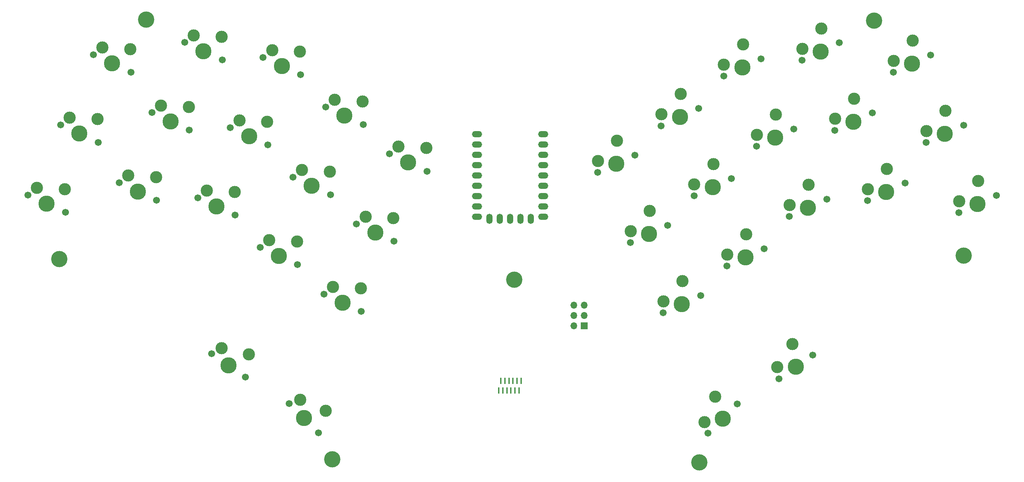
<source format=gbr>
%TF.GenerationSoftware,KiCad,Pcbnew,7.0.1*%
%TF.CreationDate,2023-04-15T18:04:16-04:00*%
%TF.ProjectId,Frigate,46726967-6174-4652-9e6b-696361645f70,rev?*%
%TF.SameCoordinates,Original*%
%TF.FileFunction,Soldermask,Top*%
%TF.FilePolarity,Negative*%
%FSLAX46Y46*%
G04 Gerber Fmt 4.6, Leading zero omitted, Abs format (unit mm)*
G04 Created by KiCad (PCBNEW 7.0.1) date 2023-04-15 18:04:16*
%MOMM*%
%LPD*%
G01*
G04 APERTURE LIST*
%ADD10C,0.500000*%
%ADD11C,4.000000*%
%ADD12C,1.701800*%
%ADD13C,3.000000*%
%ADD14C,3.987800*%
%ADD15R,0.400000X1.600000*%
%ADD16R,1.700000X1.700000*%
%ADD17O,1.700000X1.700000*%
%ADD18O,2.500000X1.500000*%
%ADD19O,1.500000X2.500000*%
G04 APERTURE END LIST*
D10*
%TO.C,M2*%
X254186000Y-106382000D03*
X253746000Y-107442000D03*
X253746000Y-105322000D03*
X252686000Y-107882000D03*
D11*
X252686000Y-106382000D03*
D10*
X252686000Y-104882000D03*
X251626000Y-107442000D03*
X251626000Y-105322000D03*
X251186000Y-106382000D03*
%TD*%
%TO.C,M2*%
X31980000Y-107188000D03*
X31540000Y-108248000D03*
X31540000Y-106128000D03*
X30480000Y-108688000D03*
D11*
X30480000Y-107188000D03*
D10*
X30480000Y-105688000D03*
X29420000Y-108248000D03*
X29420000Y-106128000D03*
X28980000Y-107188000D03*
%TD*%
%TO.C,M2*%
X143740000Y-112268000D03*
X143300000Y-113328000D03*
X143300000Y-111208000D03*
X142240000Y-113768000D03*
D11*
X142240000Y-112268000D03*
D10*
X142240000Y-110768000D03*
X141180000Y-113328000D03*
X141180000Y-111208000D03*
X140740000Y-112268000D03*
%TD*%
%TO.C,M2*%
X53316000Y-48260000D03*
X52876000Y-49320000D03*
X52876000Y-47200000D03*
X51816000Y-49760000D03*
D11*
X51816000Y-48260000D03*
D10*
X51816000Y-46760000D03*
X50756000Y-49320000D03*
X50756000Y-47200000D03*
X50316000Y-48260000D03*
%TD*%
%TO.C,M2*%
X232108000Y-48514000D03*
X231668000Y-49574000D03*
X231668000Y-47454000D03*
X230608000Y-50014000D03*
D11*
X230608000Y-48514000D03*
D10*
X230608000Y-47014000D03*
X229548000Y-49574000D03*
X229548000Y-47454000D03*
X229108000Y-48514000D03*
%TD*%
%TO.C,M2*%
X189206000Y-157226000D03*
X188766000Y-158286000D03*
X188766000Y-156166000D03*
X187706000Y-158726000D03*
D11*
X187706000Y-157226000D03*
D10*
X187706000Y-155726000D03*
X186646000Y-158286000D03*
X186646000Y-156166000D03*
X186206000Y-157226000D03*
%TD*%
D11*
%TO.C,M2*%
X97536000Y-156464000D03*
D10*
X96036000Y-156464000D03*
X99036000Y-156464000D03*
X97536000Y-157964000D03*
X97536000Y-154964000D03*
X96476000Y-157524000D03*
X98596000Y-157524000D03*
X98596000Y-155404000D03*
X96476000Y-155404000D03*
%TD*%
D12*
%TO.C,SW34*%
X207271394Y-136613730D03*
D13*
X206854833Y-133804642D03*
D14*
X211432686Y-133699962D03*
D13*
X210599564Y-128081785D03*
D12*
X215593978Y-130786194D03*
%TD*%
%TO.C,SW33*%
X189846407Y-150031050D03*
D13*
X188948381Y-147336974D03*
D14*
X193438509Y-146438948D03*
D13*
X191642458Y-141050794D03*
D12*
X197030611Y-142846846D03*
%TD*%
%TO.C,SW32*%
X86969009Y-142748075D03*
D13*
X89663085Y-141850049D03*
D14*
X90561111Y-146340177D03*
D13*
X95949265Y-144544126D03*
D12*
X94153213Y-149932279D03*
%TD*%
%TO.C,SW31*%
X67869979Y-130440068D03*
D13*
X70367186Y-129087864D03*
D14*
X72031271Y-133353836D03*
D13*
X77025685Y-130649428D03*
D12*
X76192563Y-136267604D03*
%TD*%
%TO.C,SW30*%
X251453722Y-95784767D03*
D13*
X251531283Y-92946020D03*
D14*
X256057766Y-93637866D03*
D13*
X256212887Y-87960372D03*
D12*
X260661810Y-91490965D03*
%TD*%
%TO.C,SW29*%
X229011527Y-92797351D03*
D13*
X229089088Y-89958604D03*
D14*
X233615571Y-90650450D03*
D13*
X233770692Y-84972956D03*
D12*
X238219615Y-88503549D03*
%TD*%
%TO.C,SW28*%
X209789682Y-96716001D03*
D13*
X209867243Y-93877254D03*
D14*
X214393726Y-94569100D03*
D13*
X214548847Y-88891606D03*
D12*
X218997770Y-92422199D03*
%TD*%
%TO.C,SW27*%
X194456730Y-108910518D03*
D13*
X194534291Y-106071771D03*
D14*
X199060774Y-106763617D03*
D13*
X199215895Y-101086123D03*
D12*
X203664818Y-104616716D03*
%TD*%
%TO.C,SW26*%
X178801742Y-120414428D03*
D13*
X178879303Y-117575681D03*
D14*
X183405786Y-118267527D03*
D13*
X183560907Y-112590033D03*
D12*
X188009830Y-116120626D03*
%TD*%
%TO.C,SW25*%
X95475067Y-115792025D03*
D13*
X97699529Y-114026729D03*
D14*
X100079111Y-117938926D03*
D13*
X104528034Y-114408333D03*
D12*
X104683155Y-120085827D03*
%TD*%
%TO.C,SW24*%
X79820079Y-104288114D03*
D13*
X82044541Y-102522818D03*
D14*
X84424123Y-106435015D03*
D13*
X88873046Y-102904422D03*
D12*
X89028167Y-108581916D03*
%TD*%
%TO.C,SW23*%
X64487126Y-92093597D03*
D13*
X66711588Y-90328301D03*
D14*
X69091170Y-94240498D03*
D13*
X73540093Y-90709905D03*
D12*
X73695214Y-96387399D03*
%TD*%
%TO.C,SW22*%
X45182407Y-88416561D03*
D13*
X47406869Y-86651265D03*
D14*
X49786451Y-90563462D03*
D13*
X54235374Y-87032869D03*
D12*
X54390495Y-92710363D03*
%TD*%
%TO.C,SW21*%
X22764682Y-91415388D03*
D13*
X24989144Y-89650092D03*
D14*
X27368726Y-93562289D03*
D13*
X31817649Y-90031696D03*
D12*
X31972770Y-95709190D03*
%TD*%
%TO.C,SW20*%
X243402844Y-78519604D03*
D13*
X243480405Y-75680857D03*
D14*
X248006888Y-76372703D03*
D13*
X248162009Y-70695209D03*
D12*
X252610932Y-74225802D03*
%TD*%
%TO.C,SW19*%
X220985119Y-75520777D03*
D13*
X221062680Y-72682030D03*
D14*
X225589163Y-73373876D03*
D13*
X225744284Y-67696382D03*
D12*
X230193207Y-71226975D03*
%TD*%
%TO.C,SW18*%
X201738804Y-79450837D03*
D13*
X201816365Y-76612090D03*
D14*
X206342848Y-77303936D03*
D13*
X206497969Y-71626442D03*
D12*
X210946892Y-75157035D03*
%TD*%
%TO.C,SW17*%
X186405852Y-91645355D03*
D13*
X186483413Y-88806608D03*
D14*
X191009896Y-89498454D03*
D13*
X191165017Y-83820960D03*
D12*
X195613940Y-87351553D03*
%TD*%
%TO.C,SW16*%
X170750864Y-103149265D03*
D13*
X170828425Y-100310518D03*
D14*
X175354908Y-101002364D03*
D13*
X175510029Y-95324870D03*
D12*
X179958952Y-98855463D03*
%TD*%
%TO.C,SW15*%
X103501474Y-98515451D03*
D13*
X105725936Y-96750155D03*
D14*
X108105518Y-100662352D03*
D13*
X112554441Y-97131759D03*
D12*
X112709562Y-102809253D03*
%TD*%
%TO.C,SW14*%
X87870957Y-87022951D03*
D13*
X90095419Y-85257655D03*
D14*
X92475001Y-89169852D03*
D13*
X96923924Y-85639259D03*
D12*
X97079045Y-91316753D03*
%TD*%
%TO.C,SW13*%
X72513534Y-74817023D03*
D13*
X74737996Y-73051727D03*
D14*
X77117578Y-76963924D03*
D13*
X81566501Y-73433331D03*
D12*
X81721622Y-79110825D03*
%TD*%
%TO.C,SW12*%
X53233285Y-71151398D03*
D13*
X55457747Y-69386102D03*
D14*
X57837329Y-73298299D03*
D13*
X62286252Y-69767706D03*
D12*
X62441373Y-75445200D03*
%TD*%
%TO.C,SW11*%
X30815560Y-74150224D03*
D13*
X33040022Y-72384928D03*
D14*
X35419604Y-76297125D03*
D13*
X39868527Y-72766532D03*
D12*
X40023648Y-78444026D03*
%TD*%
%TO.C,SW10*%
X235351966Y-61254441D03*
D13*
X235429527Y-58415694D03*
D14*
X239956010Y-59107540D03*
D13*
X240111131Y-53430046D03*
D12*
X244560054Y-56960639D03*
%TD*%
%TO.C,SW9*%
X212909771Y-58267025D03*
D13*
X212987332Y-55428278D03*
D14*
X217513815Y-56120124D03*
D13*
X217668936Y-50442630D03*
D12*
X222117859Y-53973223D03*
%TD*%
%TO.C,SW8*%
X193687927Y-62185674D03*
D13*
X193765488Y-59346927D03*
D14*
X198291971Y-60038773D03*
D13*
X198447092Y-54361279D03*
D12*
X202896015Y-57891872D03*
%TD*%
%TO.C,SW7*%
X178354974Y-74380191D03*
D13*
X178432535Y-71541444D03*
D14*
X182959018Y-72233290D03*
D13*
X183114139Y-66555796D03*
D12*
X187563062Y-70086389D03*
%TD*%
%TO.C,SW6*%
X162699986Y-85884102D03*
D13*
X162777547Y-83045355D03*
D14*
X167304030Y-83737201D03*
D13*
X167459151Y-78059707D03*
D12*
X171908074Y-81590300D03*
%TD*%
%TO.C,SW5*%
X111576823Y-81261698D03*
D13*
X113801285Y-79496402D03*
D14*
X116180867Y-83408599D03*
D13*
X120629790Y-79878006D03*
D12*
X120784911Y-85555500D03*
%TD*%
%TO.C,SW4*%
X95921835Y-69757788D03*
D13*
X98146297Y-67992492D03*
D14*
X100525879Y-71904689D03*
D13*
X104974802Y-68374096D03*
D12*
X105129923Y-74051590D03*
%TD*%
%TO.C,SW3*%
X80564412Y-57551860D03*
D13*
X82788874Y-55786564D03*
D14*
X85168456Y-59698761D03*
D13*
X89617379Y-56168168D03*
D12*
X89772500Y-61845662D03*
%TD*%
%TO.C,SW2*%
X61284163Y-53886234D03*
D13*
X63508625Y-52120938D03*
D14*
X65888207Y-56033135D03*
D13*
X70337130Y-52502542D03*
D12*
X70492251Y-58180036D03*
%TD*%
%TO.C,SW1*%
X38866438Y-56885061D03*
D13*
X41090900Y-55119765D03*
D14*
X43470482Y-59031962D03*
D13*
X47919405Y-55501369D03*
D12*
X48074526Y-61178863D03*
%TD*%
D15*
%TO.C,Cirque1*%
X138438000Y-139560000D03*
X138938000Y-137160000D03*
X139438000Y-139560000D03*
X139938000Y-137160000D03*
X140438000Y-139560000D03*
X140938000Y-137160000D03*
X141438000Y-139560000D03*
X141938000Y-137160000D03*
X142438000Y-139560000D03*
X142938000Y-137160000D03*
X143438000Y-139560000D03*
X143938000Y-137160000D03*
%TD*%
D16*
%TO.C,SPI1*%
X159455000Y-123585000D03*
D17*
X156915000Y-123585000D03*
X159455000Y-121045000D03*
X156915000Y-121045000D03*
X159455000Y-118505000D03*
X156915000Y-118505000D03*
%TD*%
D18*
%TO.C,U1*%
X133104000Y-76454000D03*
X133104000Y-78994000D03*
X133104000Y-81534000D03*
X133104000Y-84074000D03*
X133104000Y-86614000D03*
X133104000Y-89154000D03*
X133104000Y-91694000D03*
X133104000Y-94234000D03*
X133104000Y-96774000D03*
D19*
X136144000Y-97274000D03*
X138684000Y-97274000D03*
X141224000Y-97274000D03*
X143764000Y-97274000D03*
X146304000Y-97274000D03*
D18*
X149344000Y-96774000D03*
X149344000Y-94234000D03*
X149344000Y-91694000D03*
X149344000Y-89154000D03*
X149344000Y-86614000D03*
X149344000Y-84074000D03*
X149344000Y-81534000D03*
X149344000Y-78994000D03*
X149344000Y-76454000D03*
%TD*%
M02*

</source>
